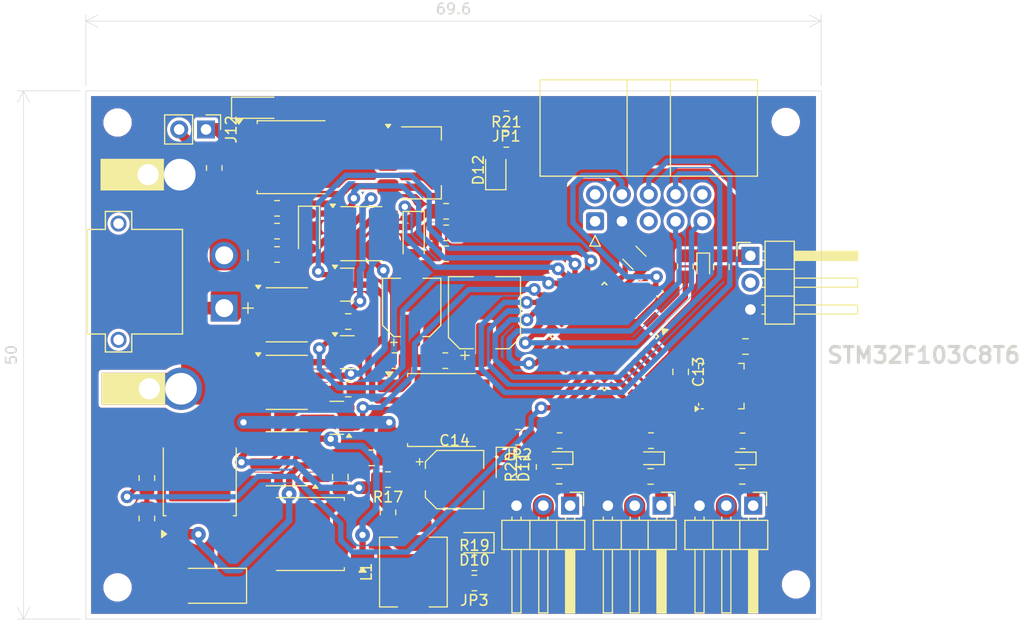
<source format=kicad_pcb>
(kicad_pcb (version 20241229) (generator "pcbnew") (generator_version "9.0")
  (layers (0 "F.Cu" signal) (2 "B.Cu" signal) (13 "F.Paste" user) (15 "B.Paste" user) (5 "F.SilkS" user "F.Silkscreen") (7 "B.SilkS" user "B.Silkscreen") (1 "F.Mask" user) (3 "B.Mask" user) (25 "Edge.Cuts" user))
  (net 0 "")
  (net 1 "/MOSI")
  (net 2 "/SCK")
  (net 3 "/IRQ")
  (net 4 "/CE")
  (net 5 "/MISO")
  (net 6 "/CSN")
  (net 7 "GND")
  (net 8 "/SERVO_1")
  (net 10 "+BATT")
  (net 11 "Net-(Q4-G)")
  (net 12 "Net-(U2-ADJ)")
  (net 13 "Net-(Q5-G)")
  (net 14 "Net-(D1-K)")
  (net 15 "GNDPWR")
  (net 16 "/SERVO_2")
  (net 18 "/SERVO_3")
  (net 19 "/PWM_MOTOR")
  (net 22 "/voltage_sense")
  (net 26 "Net-(U3-BOOT)")
  (net 27 "Net-(D10-A)")
  (net 28 "/BATT_CS")
  (net 29 "Vdrive")
  (net 30 "Net-(U1-XTAL1{slash}PB6)")
  (net 31 "Net-(U1-XTAL2{slash}PB7)")
  (net 34 "Net-(U5-CPOUT)")
  (net 35 "/SCL")
  (net 37 "+3V3")
  (net 38 "/SDA")
  (net 53 "Net-(U6-FILTER)")
  (net 54 "Net-(U4-FILTER)")
  (net 55 "/FAULT_BATT")
  (net 56 "Net-(D2-A)")
  (net 57 "Net-(D3-A)")
  (net 58 "/FAULT_LOGIC")
  (net 59 "/BATT_RAW")
  (net 60 "Net-(Q1-S)")
  (net 61 "/RESET_CS_BATT")
  (net 62 "Net-(Q2-S)")
  (net 63 "+5V")
  (net 64 "/RESET_CS_LOGIC")
  (net 65 "Net-(U4-VIOUT)")
  (net 66 "Net-(D4-K)")
  (net 67 "Net-(Q3-D)")
  (net 68 "Net-(U6-VIOUT)")
  (net 69 "/RESET_DCDC")
  (net 70 "Net-(D5-K)")
  (net 71 "Net-(D6-K)")
  (net 72 "Net-(D7-K)")
  (net 73 "Net-(D8-K)")
  (net 79 "Net-(D11-A)")
  (net 80 "Net-(D12-A)")
  (net 81 "Net-(J12-Pin_2)")
  (net 82 "/FB")
  (net 83 "Net-(JP1-A)")
  (net 84 "Net-(JP2-A)")
  (net 85 "Net-(JP3-A)")
  (footprint "Diode_SMD:D_SMA" (layer "F.Cu") (at 71.7 76.85 180)
    (property "Reference" "D4" (hide yes))
    (property "Value" "B120")
  )
  (footprint "Diode_SMD:D_SOD-523" (layer "F.Cu") (at 118.435 46.615 -90)
    (property "Reference" "D8" (hide yes))
    (property "Value" "ESD5Zxx")
  )
  (footprint "Resistor_SMD:R_0805_2012Metric_Pad1.20x1.40mm_HandSolder" (layer "F.Cu") (at 113.49 63.11)
    (property "Reference" "R14" (hide yes))
    (property "Value" "1k")
  )
  (footprint "EESTN5:Cable_Doble_1,5mm" (layer "F.Cu") (at 66.00575 58.2 -90)
    (property "Reference" "J4" (hide yes))
    (property "Value" "Screw_Terminal_01x01" (hide yes))
  )
  (footprint "Resistor_SMD:R_0805_2012Metric_Pad1.20x1.40mm_HandSolder" (layer "F.Cu") (at 72.1516 37.302 90)
    (property "Reference" "R1" (hide yes))
    (property "Value" "220")
  )
  (footprint "LED_SMD:LED_0805_2012Metric_Pad1.15x1.40mm_HandSolder" (layer "F.Cu") (at 98.8 37.5 90)
    (property "Reference" "D12")
    (property "Value" "LED")
  )
  (footprint "Resistor_SMD:R_0805_2012Metric_Pad1.20x1.40mm_HandSolder" (layer "F.Cu") (at 94.102 45.4248 180)
    (property "Reference" "R9" (hide yes))
    (property "Value" "100K")
  )
  (footprint "Capacitor_SMD:C_0805_2012Metric_Pad1.18x1.45mm_HandSolder" (layer "F.Cu") (at 120.155 46.66 -90)
    (property "Reference" "C12" (hide yes))
    (property "Value" "C_Small")
  )
  (footprint "Package_TO_SOT_SMD:SOT-23" (layer "F.Cu") (at 84.74425 54.74)
    (property "Reference" "Q2" (hide yes))
    (property "Value" "BS170F")
  )
  (footprint "Capacitor_SMD:C_0805_2012Metric_Pad1.18x1.45mm_HandSolder" (layer "F.Cu") (at 113.4525 66.5 180)
    (property "Reference" "C10" (hide yes))
    (property "Value" "C_Small")
  )
  (footprint "EESTN5:Cable_Doble_1,5mm" (layer "F.Cu") (at 65.888 37.9322 -90)
    (property "Reference" "J5" (hide yes))
    (property "Value" "Screw_Terminal_01x01" (hide yes))
  )
  (footprint "MountingHole:MountingHole_2.2mm_M2_ISO7380" (layer "F.Cu") (at 63 33)
    (property "Reference" "H1" (hide yes))
    (property "Value" "Mounting_Hole")
  )
  (footprint "Resistor_SMD:R_0805_2012Metric_Pad1.20x1.40mm_HandSolder" (layer "F.Cu") (at 99.8 34.6)
    (property "Reference" "R21")
    (property "Value" "R_Small")
  )
  (footprint "Package_SO:SOIC-8_3.9x4.9mm_P1.27mm" (layer "F.Cu") (at 79.015 57.595)
    (property "Reference" "U4" (hide yes))
    (property "Value" "ACS712xLCTR-05B")
  )
  (footprint "Package_TO_SOT_SMD:SOT-23" (layer "F.Cu") (at 84.74425 48.3461)
    (property "Reference" "Q1" (hide yes))
    (property "Value" "BS170F")
  )
  (footprint "MountingHole:MountingHole_2.2mm_M2_ISO7380" (layer "F.Cu") (at 127.22 76.72)
    (property "Reference" "H4" (hide yes))
    (property "Value" "Mounting_Hole")
  )
  (footprint "Resistor_SMD:R_0805_2012Metric_Pad1.20x1.40mm_HandSolder" (layer "F.Cu") (at 88.6 69.9 -90)
    (property "Reference" "R4" (hide yes))
    (property "Value" "10k")
  )
  (footprint "Resistor_SMD:R_0805_2012Metric_Pad1.20x1.40mm_HandSolder" (layer "F.Cu") (at 96.774 74.676)
    (property "Reference" "R19")
    (property "Value" "R_Small")
  )
  (footprint "Package_TO_SOT_SMD:TO-252-2" (layer "F.Cu") (at 70.78 66.91 90)
    (property "Reference" "Q5" (hide yes))
    (property "Value" "P0903BDG")
  )
  (footprint "Capacitor_SMD:CP_Elec_5x5.7" (layer "F.Cu") (at 94.9 66.8)
    (property "Reference" "C14")
    (property "Value" "100u")
  )
  (footprint "Capacitor_SMD:C_0805_2012Metric_Pad1.18x1.45mm_HandSolder" (layer "F.Cu") (at 87.0625 64.74 180)
    (property "Reference" "C2" (hide yes))
    (property "Value" "100nF")
  )
  (footprint "Resistor_SMD:R_0805_2012Metric_Pad1.20x1.40mm_HandSolder" (layer "F.Cu") (at 65.775 66.65 90)
    (property "Reference" "R11" (hide yes))
    (property "Value" "4700 /10000")
  )
  (footprint "Connector_IDC:IDC-Header_2x05_P2.54mm_Horizontal" (layer "F.Cu") (at 108.2 42.3475 90)
    (property "Reference" "J9" (hide yes))
    (property "Value" "Conn_02x05_Odd_Even" (hide yes))
  )
  (footprint "Package_TO_SOT_SMD:TO-252-2" (layer "F.Cu") (at 93.76 60.212501)
    (property "Reference" "U2" (hide yes))
    (property "Value" "AMS1085")
  )
  (footprint "Diode_SMD:D_SOD-123" (layer "F.Cu") (at 76.15 31.6)
    (property "Reference" "D1" (hide yes))
    (property "Value" "mmsz5246bt1g")
  )
  (footprint "Capacitor_SMD:C_0805_2012Metric_Pad1.18x1.45mm_HandSolder" (layer "F.Cu") (at 84.085 66.55 -90)
    (property "Reference" "C8" (hide yes))
    (property "Value" "470n")
  )
  (footprint "Package_SO:SOIC-8_3.9x4.9mm_P1.27mm" (layer "F.Cu") (at 79.015 51.2011)
    (property "Reference" "U6" (hide yes))
    (property "Value" "ACS712xLCTR-30A")
  )
  (footprint "Connector_PinHeader_2.54mm:PinHeader_1x03_P2.54mm_Horizontal" (layer "F.Cu") (at 105.84 69.265 -90)
    (property "Reference" "J6" (hide yes))
    (property "Value" "servo-1")
  )
  (footprint "Resistor_SMD:R_0805_2012Metric_Pad1.20x1.40mm_HandSolder" (layer "F.Cu") (at 122.165 63.13)
    (property "Reference" "R15" (hide yes))
    (property "Value" "1k")
  )
  (footprint "Resistor_SMD:R_0805_2012Metric_Pad1.20x1.40mm_HandSolder" (layer "F.Cu") (at 116.745 46.6125 90)
    (property "Reference" "R16" (hide yes))
    (property "Value" "1k")
  )
  (footprint "Capacitor_SMD:C_0805_2012Metric_Pad1.18x1.45mm_HandSolder" (layer "F.Cu") (at 122.1275 66.49 180)
    (property "Reference" "C11" (hide yes))
    (property "Value" "C_Small")
  )
  (footprint "Package_SO:SOIC-8_3.9x4.9mm_P1.27mm" (layer "F.Cu") (at 86.0756 43.5198)
    (property "Reference" "U7" (hide yes))
    (property "Value" "LM358")
  )
  (footprint "Resistor_SMD:R_0805_2012Metric_Pad1.20x1.40mm_HandSolder" (layer "F.Cu") (at 88.6 66.8 180)
    (property "Reference" "R17")
    (property "Value" "90k")
  )
  (footprint "Diode_SMD:D_SOD-523" (layer "F.Cu") (at 104.84 64.77 180)
    (property "Reference" "D5" (hide yes))
    (property "Value" "ESD5Zxx")
  )
  (footprint "Package_SO:SOIC-8_3.9x4.9mm_P1.27mm" (layer "F.Cu") (at 79.015 64.825 180)
    (property "Reference" "U3" (hide yes))
    (property "Value" "UP-6103")
  )
  (footprint "Sensor_Motion:InvenSense_QFN-24_4x4mm_P0.5mm" (layer "F.Cu") (at 120.15 57.95 90)
    (property "Reference" "U5" (hide yes))
    (property "Value" "MPU-6050")
  )
  (footprint "Resistor_SMD:R_0805_2012Metric_Pad1.20x1.40mm_HandSolder" (layer "F.Cu") (at 94.102 43.4436)
    (property "Reference" "R8" (hide yes))
    (property "Value" "33K")
  )
  (footprint "MountingHole:MountingHole_2.2mm_M2_ISO7380" (layer "F.Cu") (at 63 77)
    (property "Reference" "H2" (hide yes))
    (property "Value" "Mounting_Hole")
  )
  (footprint "Capacitor_SMD:C_0805_2012Metric_Pad1.18x1.45mm_HandSolder" (layer "F.Cu") (at 122.4375 54.2)
    (property "Reference" "C3" (hide yes))
    (property "Value" "100n")
  )
  (footprint "Resistor_SMD:R_0805_2012Metric_Pad1.20x1.40mm_HandSolder" (layer "F.Cu") (at 89.22 55.540001 180)
    (property "Reference" "R2" (hide yes))
    (property "Value" "2,7K")
  )
  (footprint "Capacitor_SMD:CP_Elec_6.3x4.5" (layer "F.Cu") (at 97.73 50.999999 90)
    (property "Reference" "C1" (hide yes))
    (property "Value" "220uF / 10V")
  )
  (footprint "Resistor_SMD:R_0805_2012Metric_Pad1.20x1.40mm_HandSolder" (layer "F.Cu") (at 99.8 32.639 180)
    (property "Reference" "JP1")
    (property "Value" "jumper")
  )
  (footprint "Connector_PinHeader_2.54mm:PinHeader_1x03_P2.54mm_Horizontal" (layer "F.Cu") (at 122.9 45.62)
    (property "Reference" "J3" (hide yes))
    (property "Value" "Conn_01x03_Pin")
  )
  (footprint "Resistor_SMD:R_0805_2012Metric_Pad1.20x1.40mm_HandSolder" (layer "F.Cu") (at 100.9 62.7888 180)
    (property "Reference" "JP2")
    (property "Value" "jumper")
  )
  (footprint "Resistor_SMD:R_0805_2012Metric_Pad1.20x1.40mm_HandSolder" (layer "F.Cu") (at 78.1 43.279 180)
    (property "Reference" "R6" (hide yes))
    (property "Value" "33K")
  )
  (footprint "Package_TO_SOT_SMD:TO-252-2" (layer "F.Cu") (at 79.5284 36.28)
    (property "Reference" "Q6" (hide yes))
    (property "Value" "APM2054NV")
  )
  (footprint "Capacitor_SMD:CP_Elec_5x4.4" (layer "F.Cu") (at 90.84 50.499999 90)
    (property "Reference" "C4" (hide yes))
    (property "Value" "<10uF / 10V")
  )
  (footprint "Resistor_SMD:R_0805_2012Metric_Pad1.20x1.40mm_HandSolder" (layer "F.Cu") (at 78.1 45.4888)
    (property "Reference" "R5" (hide yes))
    (property "Value" "100K")
  )
  (footprint "Resistor_SMD:R_0805_2012Metric_Pad1.20x1.40mm_HandSolder" (layer "F.Cu") (at 94.02 55.540001 180)
    (property "Reference" "R3" (hide yes))
    (property "Value" "1K")
  )
  (footprint "Package_TO_SOT_SMD:SOT-223-3_TabPin2" (layer "F.Cu") (at 91.74 36.82)
    (property "Reference" "U8" (hide yes))
    (property "Value" "AMS1117-3.3")
  )
  (footprint "Capacitor_SMD:C_0402_1005Metric_Pad0.74x0.62mm_HandSolder" (layer "F.Cu") (at 114.3545 49.23 135)
    (property "Reference" "C5" (hide yes))
    (property "Value" "100nF")
  )
  (footprint "Package_TO_SOT_SMD:SOT-23" (layer "F.Cu") (at 83.75 60.95 180)
    (property "Reference" "Q3" (hide yes))
    (property "Value" "BS170F")
  )
  (footprint "Resistor_SMD:R_0805_2012Metric_Pad1.20x1.40mm_HandSolder" (layer "F.Cu") (at 101.9 65.6 90)
    (property "Reference" "R20")
    (property "Value" "R_Small")
  )
  (footprint "Diode_SMD:D_SOD-123" (layer "F.Cu") (at 91.0286 43.7738 -90)
    (property "Reference" "D3" (hide yes))
    (property "Value" "D")
  )
  (footprint "Diode_SMD:D_SOD-123" (layer "F.Cu") (at 81.1226 43.279 -90)
    (property "Reference" "D2" (hide yes))
    (property "Value" "D")
  )
  (footprint "Resistor_SMD:R_0805_2012Metric_Pad1.20x1.40mm_HandSolder" (layer "F.Cu") (at 78.1 41.12 180)
    (property "Reference" "R7" (hide yes))
    (property "Value" "100K")
  )
  (footprint "Capacitor_SMD:C_0805_2012Metric_Pad1.18x1.45mm_HandSolder" (layer "F.Cu") (at 84.83175 51.8361)
    (property "Reference" "C6" (hide yes))
    (property "Value" "C_Small")
  )
  (footprint "footprints:AMASS_XT30PW-M" (layer "F.Cu") (at 63.09575 48.0661 90)
    (property "Reference" "J1" (hide yes))
    (property "Value" "XT30PW-M")
  )
  (footprint "Capacitor_SMD:C_0805_2012Metric_Pad1.18x1.45mm_HandSolder" (layer "F.Cu") (at 116.3 56.6 -90)
    (property "Reference" "C13")
    (property "Value" "2,2n")
  )
  (footprint "Package_TO_SOT_SMD:TO-252-2" (layer "F.Cu") (at 81.15 71.95 180)
    (property "Reference" "Q4" (hide yes))
    (property "Value" "P0903BDG")
  )
  (footprint "Resistor_SMD:R_0805_2012Metric_Pad1.20x1.40mm_HandSolder" (layer "F.Cu") (at 94.102 41.4036)
    (property "Reference" "R10" (hide yes))
    (property "Value" "100K")
  )
  (footprint "Crystal:Crystal_SMD_3215-2Pin_3.2x1.5mm" (layer "F.Cu") (at 111.924617 45.79859 135)
    (property "Reference" "Y1" (hide yes))
    (property "Value" "16MHz")
  )
  (footprint "LED_SMD:LED_0805_2012Metric_Pad1.15x1.40mm_HandSolder" (layer "F.Cu") (at 99.8 65.6 -90)
    (property "Reference" "D11")
    (property "Value" "LED")
  )
  (footprint "Connector_PinHeader_2.54mm:PinHeader_1x03_P2.54mm_Horizontal" (layer "F.Cu") (at 114.49 69.265 -90)
    (property "Reference" "J7" (hide yes))
    (property "Value" "servo-2")
  )
  (footprint "Diode_SMD:D_SOD-523" (layer "F.Cu") (at 122.175 64.8 180)
    (property "Reference" "D7" (hide yes))
    (property "Value" "ESD5Zxx")
  )
  (footprint "Inductor_SMD:L_6.3x6.3_H3" (layer "F.Cu") (at 91 75.55 90)
    (property "Reference" "L1")
    (property "Value" "6,8u")
  )
  (footprint "Diode_SMD:D_SOD-523" (layer "F.Cu") (at 113.4975 64.78 180)
    (property "Reference" "D6" (hide yes))
    (property "Value" "ESD5Zxx")
  )
  (footprint "Connector_PinHeader_2.54mm:PinHeader_1x02_P2.54mm_Vertical" (layer "F.Cu") (at 71.374 33.655 -90)
    (property "Reference" "J12")
    (property "Value" "jumper")
  )
  (footprint "Package_QFP:TQFP-32_7x7mm_P0.8mm" (layer "F.Cu") (at 109.08 53.25 -135)
    (property "Reference" "U1" (hide yes))
    (property "Value" "ATmega328P-A")
  )
  (footprint "Capacitor_SMD:C_0805_2012Metric_Pad1.18x1.45mm_HandSolder" (layer "F.Cu") (at 84.83175 58.23)
    (property "Reference" "C7" (hide yes))
    (property "Value" "C_Small")
  )
  (footprint "Resistor_SMD:R_0805_2012Metric_Pad1.20x1.40mm_HandSolder" (layer "F.Cu") (at 96.774 76.581 180)
    (property "Reference" "JP3")
    (property "Value" "jumper")
  )
  (footprint "Capacitor_SMD:C_0805_2012Metric_Pad1.18x1.45mm_HandSolder" (layer "F.Cu") (at 104.8025 66.47 180)
    (property "Reference" "C9" (hide yes))
    (property "Value" "C_Small")
  )
  (footprint "Resistor_SMD:R_0805_2012Metric_Pad1.20x1.40mm_HandSolder" (layer "F.Cu") (at 65.775 70.475 90)
    (property "Reference" "R12" (hide yes))
    (property "Value" "8200 / 5600")
  )
  (footprint "LED_SMD:LED_0805_2012Metric_Pad1.15x1.40mm_HandSolder" (layer "F.Cu") (at 96.774 72.771 180)
    (property "Reference" "D10")
    (property "Value" "LED")
  )
  (footprint "MountingHole:MountingHole_2.2mm_M2_ISO7380" (layer "F.Cu") (at 126.25 32.95)
    (property "Reference" "H3" (hide yes))
    (property "Value" "Mounting_Hole" (hide yes))
  )
  (footprint "Connector_PinHeader_2.54mm:PinHeader_1x03_P2.54mm_Horizontal" (layer "F.Cu") (at 123.165 69.265 -90)
    (property "Reference" "J8" (hide yes))
    (property "Value" "servo-3")
  )
  (footprint "Resistor_SMD:R_0805_2012Metric_Pad1.20x1.40mm_HandSolder" (layer "F.Cu") (at 104.84 63.11)
    (property "Reference" "R13" (hide yes))
    (property "Value" "1k")
  )
  (gr_rect (start 60 30) (end 129.61 80) (stroke (width 0.05)) (fill no) (layer "Edge.Cuts"))
  (gr_text "STM32F103C8T6\n" (at 130 55.9 0) (layer "Edge.Cuts") (effects (font (size 1.5 1.5) (thickness 0.3) (bold yes)) (justify left bottom)))
  (dimension (type orthogonal) (layer "Edge.Cuts") (pts (xy 129.6 30) (xy 60 30)) (height -6.6) (orientation 0) (format (prefix "") (suffix "") (units 3) (units_format 0) (precision 4) (suppress_zeroes yes)) (style (thickness 0.05) (arrow_length 1.27) (text_position_mode 0) (arrow_direction outward) (extension_height 0.58642) (extension_offset 0.5) (keep_text_aligned yes)) (gr_text "69,6" (at 94.8 22.25 0) (layer "Edge.Cuts") (effects (font (size 1 1) (thickness 0.15)))))
  (dimension (type orthogonal) (layer "Edge.Cuts") (pts (xy 60 80) (xy 60 30)) (height -5.9) (orientation 1) (format (prefix "") (suffix "") (units 3) (units_format 0) (precision 4) (suppress_zeroes yes)) (style (thickness 0.05) (arrow_length 1.27) (text_position_mode 0) (arrow_direction outward) (extension_height 0.58642) (extension_offset 0.5) (keep_text_aligned yes)) (gr_text "50" (at 52.95 55 90) (layer "Edge.Cuts") (effects (font (size 1 1) (thickness 0.15)))))
  (segment (start 102.55 50.875) (end 101.75 51.675) (width 0.5) (layer "F.Cu") (net 1))
  (segment (start 103.876573 50.875) (end 102.55 50.875) (width 0.5) (layer "F.Cu") (net 1))
  (segment (start 104.660583 51.65901) (end 103.876573 50.875) (width 0.5) (layer "F.Cu") (net 1))
  (via (at 101.75 51.675) (size 1.2) (drill 0.6) (layers "F.Cu" "B.Cu") (net 1))
  (segment (start 98.75 53.1) (end 98.75 55.425) (width 0.5) (layer "B.Cu") (net 1))
  (segment (start 101.75 51.675) (end 100.175 51.675) (width 0.5) (layer "B.Cu") (net 1))
  (segment (start 98.75 55.425) (end 100.425 57.1) (width 0.5) (layer "B.Cu") (net 1))
  (segment (start 100.175 51.675) (end 98.75 53.1) (width 0.5) (layer "B.Cu") (net 1))
  (segment (start 100.425 57.1) (end 110.475 57.1) (width 0.5) (layer "B.Cu") (net 1))
  (segment (start 115.8 38.2) (end 115.82 38.22) (width 0.5) (layer "B.Cu") (net 1))
  (segment (start 120 38.85) (end 119 37.85) (width 0.5) (layer "B.Cu") (net 1))
  (segment (start 119 37.85) (end 116.15 37.85) (width 0.5) (layer "B.Cu") (net 1))
  (segment (start 115.82 38.22) (end 115.82 39.8075) (width 0.5) (layer "B.Cu") (net 1))
  (segment (start 110.475 57.1) (end 120 47.575) (width 0.5) (layer "B.Cu") (net 1))
  (segment (start 116.15 37.85) (end 115.8 38.2) (width 0.5) (layer "B.Cu") (net 1))
  (segment (start 120 47.575) (end 120 38.85) (width 0.5) (layer "B.Cu") (net 1))
  (segment (start 104.094897 54.275305) (end 104.094897 54.280103) (width 0.5) (layer "F.Cu") (net 2))
  (segment (start 102.575 55.8) (end 101.95 55.8) (width 0.5) (layer "F.Cu") (net 2))
  (segment (start 104.094897 54.280103) (end 102.575 55.8) (width 0.5) (layer "F.Cu") (net 2))
  (via (at 101.95 55.8) (size 1.2) (drill 0.6) (layers "F.Cu" "B.Cu") (net 2))
  (segment (start 101.95 55.8) (end 100.625 55.8) (width 0.5) (layer "B.Cu") (net 2))
  (segment (start 100.849 52.726) (end 111.549 52.726) (width 0.5) (layer "B.Cu") (net 2))
  (segment (start 116.15 48.125) (end 116.15 44.075) (width 0.5) (layer "B.Cu") (net 2))
  (segment (start 100.625 55.8) (end 100.075 55.25) (width 0.5) (layer "B.Cu") (net 2))
  (segment (start 100.075 53.5) (end 100.849 52.726) (width 0.5) (layer "B.Cu") (net 2))
  (segment (start 111.549 52.726) (end 116.15 48.125) (width 0.5) (layer "B.Cu") (net 2))
  (segment (start 116.15 44.075) (end 115.82 43.745) (width 0.5) (layer "B.Cu") (net 2))
  (segment (start 100.075 55.25) (end 100.075 53.5) (width 0.5) (layer "B.Cu") (net 2))
  (segment (start 115.82 43.745) (end 115.82 42.3475) (width 0.5) (layer "B.Cu") (net 2))
  (segment (start 102.375 53.075) (end 101.6 53.85) (width 0.5) (layer "F.Cu") (net 5))
  (segment (start 104.094897 52.224695) (end 103.244592 53.075) (width 0.5) (layer "F.Cu") (net 5))
  (segment (start 103.244592 53.075) (end 102.975 53.075) (width 0.5) (layer "F.Cu") (net 5))
  (segment (start 102.975 53.075) (end 102.375 53.075) (width 0.5) (layer "F.Cu") (net 5))
  (via (at 101.6 53.85) (size 1.2) (drill 0.6) (layers "F.Cu" "B.Cu") (net 5))
  (segment (start 117.325 48.625) (end 112.1 53.85) (width 0.5) (layer "B.Cu") (net 5))
  (segment (start 112.1 53.85) (end 101.6 53.85) (width 0.5) (layer "B.Cu") (net 5))
  (segment (start 117.325 43.3825) (end 117.325 48.625) (width 0.5) (layer "B.Cu") (net 5))
  (segment (start 118.36 42.3475) (end 117.325 43.3825) (width 0.5) (layer "B.Cu") (net 5))
  (segment (start 104.157944 50.025) (end 105.226268 51.093324) (width 0.5) (layer "F.Cu") (net 6))
  (segment (start 101.725 50.025) (end 104.157944 50.025) (width 0.5) (layer "F.Cu") (net 6))
  (via (at 101.725 50.025) (size 1.2) (drill 0.6) (layers "F.Cu" "B.Cu") (net 6))
  (segment (start 115.025 36.65) (end 113.28 38.395) (width 0.5) (layer "B.Cu") (net 6))
  (segment (start 97.425 56.325) (end 99.65 58.55) (width 0.5) (layer "B.Cu") (net 6))
  (segment (start 101.725 50.025) (end 99.6 50.025) (width 0.5) (layer "B.Cu") (net 6))
  (segment (start 120.95 38.025) (end 119.575 36.65) (width 0.5) (layer "B.Cu") (net 6))
  (segment (start 97.425 52.2) (end 97.425 56.325) (width 0.5) (layer "B.Cu") (net 6))
  (segment (start 113.28 38.395) (end 113.28 39.8075) (width 0.5) (layer "B.Cu") (net 6))
  (segment (start 120.95 48.375) (end 120.95 38.025) (width 0.5) (layer "B.Cu") (net 6))
  (segment (start 110.775 58.55) (end 120.95 48.375) (width 0.5) (layer "B.Cu") (net 6))
  (segment (start 119.575 36.65) (end 115.025 36.65) (width 0.5) (layer "B.Cu") (net 6))
  (segment (start 99.6 50.025) (end 97.425 52.2) (width 0.5) (layer "B.Cu") (net 6))
  (segment (start 99.65 58.55) (end 110.775 58.55) (width 0.5) (layer "B.Cu") (net 6))
  (segment (start 107.48901 57.669417) (end 103.84 61.318427) (width 0.5) (layer "F.Cu") (net 8))
  (segment (start 103.84 61.318427) (end 103.84 63.11) (width 0.5) (layer "F.Cu") (net 8))
  (segment (start 83.142973 62.92) (end 81.49 62.92) (width 0.6) (layer "F.Cu") (net 11))
  (segment (start 83.173072 62.950099) (end 83.142973 62.92) (width 0.6) (layer "F.Cu") (net 11))
  (segment (start 86.19 72.04) (end 86.19 74.23) (width 0.6) (layer "F.Cu") (net 11))
  (via (at 83.173072 62.950099) (size 1.4) (drill 0.6) (layers "F.Cu" "B.Cu") (net 11))
  (via (at 86.19 72.04) (size 1.4) (drill 0.6) (layers "F.Cu" "B.Cu") (net 11))
  (segment (start 87.49 69.58) (end 86.19 70.88) (width 0.6) (layer "B.Cu") (net 11))
  (segment (start 87.49 64.95) (end 87.49 69.58) (width 0.6) (layer "B.Cu") (net 11))
  (segment (start 83.842973 63.62) (end 86.16 63.62) (width 0.6) (layer "B.Cu") (net 11))
  (segment (start 83.173072 62.950099) (end 83.842973 63.62) (width 0.6) (layer "B.Cu") (net 11))
  (segment (start 86.16 63.62) (end 87.49 64.95) (width 0.6) (layer "B.Cu") (net 11))
  (segment (start 86.19 70.88) (end 86.19 72.04) (width 0.6) (layer "B.Cu") (net 11))
  (segment (start 93.02 55.540001) (end 90.22 55.540001) (width 1.2) (layer "F.Cu") (net 12))
  (segment (start 88.72 57.932501) (end 89.717499 57.932501) (width 1.2) (layer "F.Cu") (net 12))
  (segment (start 90.84 54.920001) (end 90.22 55.540001) (width 1.2) (layer "F.Cu") (net 12))
  (segment (start 90.22 57.43) (end 90.22 55.540001) (width 1.2) (layer "F.Cu") (net 12))
  (segment (start 89.717499 57.932501) (end 90.22 57.43) (width 1.2) (layer "F.Cu") (net 12))
  (segment (start 90.84 52.699999) (end 90.84 54.920001) (width 1.2) (layer "F.Cu") (net 12))
  (segment (start 79.24 68.15) (end 79.24 66.42) (width 0.6) (layer "F.Cu") (net 13))
  (segment (start 68.525 71.975) (end 68.5 71.95) (width 1) (layer "F.Cu") (net 13))
  (segment (start 80.2 65.46) (end 81.49 65.46) (width 0.6) (layer "F.Cu") (net 13))
  (segment (start 70.65 71.975) (end 68.525 71.975) (width 1) (layer "F.Cu") (net 13))
  (segment (start 79.24 66.42) (end 80.2 65.46) (width 0.6) (layer "F.Cu") (net 13))
  (via (at 79.24 68.15) (size 1.4) (drill 0.6) (layers "F.Cu" "B.Cu") (net 13))
  (via (at 70.65 71.975) (size 1.4) (drill 0.6) (layers "F.Cu" "B.Cu") (net 13))
  (segment (start 73.345 75.37) (end 74.55 75.37) (width 0.6) (layer "B.Cu") (net 13))
  (segment (start 79.24 70.68) (end 79.24 68.15) (width 0.6) (layer "B.Cu") (net 13))
  (segment (start 74.55 75.37) (end 79.24 70.68) (width 0.6) (layer "B.Cu") (net 13))
  (segment (start 70.65 71.975) (end 70.65 72.675) (width 0.6) (layer "B.Cu") (net 13))
  (segment (start 70.65 72.675) (end 73.345 75.37) (width 0.6) (layer "B.Cu") (net 13))
  (segment (start 74.4884 34) (end 74.4884 31.6116) (width 1.2) (layer "F.Cu") (net 14))
  (segment (start 71.374 33.655) (end 72.517 33.655) (width 1.2) (layer "F.Cu") (net 14))
  (segment (start 72.517 33.655) (end 72.862 34) (width 1.2) (layer "F.Cu") (net 14))
  (segment (start 74.4884 31.6116) (end 74.5 31.6) (width 1.2) (layer "F.Cu") (net 14))
  (segment (start 72.862 34) (end 74.4884 34) (width 1.2) (layer "F.Cu") (net 14))
  (segment (start 106.9 59.389798) (end 108.054695 58.235103) (width 0.5) (layer "F.Cu") (net 16))
  (segment (start 108.46 63.11) (end 106.9 61.55) (width 0.5) (layer "F.Cu") (net 16))
  (segment (start 112.49 63.11) (end 108.46 63.11) (width 0.5) (layer "F.Cu") (net 16))
  (segment (start 106.9 61.55) (end 106.9 59.389798) (width 0.5) (layer "F.Cu") (net 16))
  (segment (start 115.8 60.55) (end 112.420202 60.55) (width 0.5) (layer "F.Cu") (net 18))
  (segment (start 121.165 63.13) (end 118.38 63.13) (width 0.5) (layer "F.Cu") (net 18))
  (segment (start 112.420202 60.55) (end 110.105305 58.235103) (width 0.5) (layer "F.Cu") (net 18))
  (segment (start 118.38 63.13) (end 115.8 60.55) (width 0.5) (layer "F.Cu") (net 18))
  (segment (start 114.065305 52.224695) (end 116.745 49.545) (width 0.5) (layer "F.Cu") (net 19))
  (segment (start 116.745 49.545) (end 116.745 47.6125) (width 0.5) (layer "F.Cu") (net 19))
  (segment (start 114.065103 52.224695) (end 114.065305 52.224695) (width 0.5) (layer "F.Cu") (net 19))
  (segment (start 64.675 67.65) (end 63.9 68.425) (width 0.5) (layer "F.Cu") (net 22))
  (segment (start 103.1 60) (end 104.027056 60) (width 0.5) (layer "F.Cu") (net 22))
  (segment (start 104.027056 60) (end 106.923324 57.103732) (width 0.5) (layer "F.Cu") (net 22))
  (segment (start 65.775 67.65) (end 64.675 67.65) (width 0.5) (layer "F.Cu") (net 22))
  (segment (start 65.775 69.475) (end 65.775 67.65) (width 0.5) (layer "F.Cu") (net 22))
  (via (at 63.9 68.425) (size 1.2) (drill 0.6) (layers "F.Cu" "B.Cu") (net 22))
  (via (at 103.1 60) (size 1.2) (drill 0.6) (layers "F.Cu" "B.Cu") (net 22))
  (segment (start 102.15 60.95) (end 102.15 61.954892) (width 0.5) (layer "B.Cu") (net 22))
  (segment (start 84.125 72.55) (end 84.125 70.975) (width 0.5) (layer "B.Cu") (net 22))
  (segment (start 85.225 73.65) (end 84.125 72.55) (width 0.5) (layer "B.Cu") (net 22))
  (segment (start 90.454892 73.65) (end 85.225 73.65) (width 0.5) (layer "B.Cu") (net 22))
  (segment (start 103.1 60) (end 102.15 60.95) (width 0.5) (layer "B.Cu") (net 22))
  (segment (start 76.275 66.5) (end 74.35 68.425) (width 0.5) (layer "B.Cu") (net 22))
  (segment (start 102.15 61.954892) (end 90.454892 73.65) (width 0.5) (layer "B.Cu") (net 22))
  (segment (start 74.35 68.425) (end 63.9 68.425) (width 0.5) (layer "B.Cu") (net 22))
  (segment (start 79.65 66.5) (end 76.275 66.5) (width 0.5) (layer "B.Cu") (net 22))
  (segment (start 84.125 70.975) (end 79.65 66.5) (width 0.5) (layer "B.Cu") (net 22))
  (segment (start 81.49 66.73) (end 82.92 66.73) (width 0.6) (layer "F.Cu") (net 26))
  (segment (start 84.085 65.565) (end 84.085 65.5125) (width 0.6) (layer "F.Cu") (net 26))
  (segment (start 82.92 66.73) (end 84.085 65.565) (width 0.6) (layer "F.Cu") (net 26))
  (segment (start 95.774 74.676) (end 95.774 72.796) (width 1.2) (layer "F.Cu") (net 27))
  (segment (start 95.774 72.796) (end 95.749 72.771) (width 1.2) (layer "F.Cu") (net 27))
  (segment (start 65.775 65.65) (end 70.78 65.65) (width 0.5) (layer "F.Cu") (net 28))
  (segment (start 88.1 64.74) (end 88.1 63.112501) (width 1.2) (layer "F.Cu") (net 28))
  (segment (start 88.72 62.492501) (end 88.72 61.38) (width 1.2) (layer "F.Cu") (net 28))
  (segment (start 88.1 63.112501) (end 88.72 62.492501) (width 1.2) (layer "F.Cu") (net 28))
  (via (at 74.92 61.38) (size 1.2) (drill 0.6) (layers "F.Cu" "B.Cu") (net 28))
  (via (at 88.72 61.38) (size 1.2) (drill 0.6) (layers "F.Cu" "B.Cu") (net 28))
  (segment (start 88.72 61.38) (end 74.92 61.38) (width 1.2) (layer "B.Cu") (net 28))
  (segment (start 97.799 72.127) (end 98.9965 70.9295) (width 1.2) (layer "F.Cu") (net 29))
  (segment (start 103.3 72.25) (end 100.317 72.25) (width 2) (layer "F.Cu") (net 29))
  (segment (start 98.8026 70.7356) (end 94.0554 70.7356) (width 2) (layer "F.Cu") (net 29))
  (segment (start 92.7 66.8) (end 92.7 69.459) (width 1.2) (layer "F.Cu") (net 29))
  (segment (start 92.554 72.8) (end 94.016 71.338) (width 1.2) (layer "F.Cu") (net 29))
  (segment (start 92.7 69.459) (end 94.016 70.775) (width 1.2) (layer "F.Cu") (net 29))
  (segment (start 119.575 72.25) (end 111.95 72.25) (width 2) (layer "F.Cu") (net 29))
  (segment (start 111.95 69.265) (end 111.95 72.25) (width 2) (layer "F.Cu") (net 29))
  (segment (start 91 72.8) (end 89.691 72.8) (width 1.2) (layer "F.Cu") (net 29))
  (segment (start 120.625 69.265) (end 120.625 71.2) (width 2) (layer "F.Cu") (net 29))
  (segment (start 91 72.8) (end 92.554 72.8) (width 1.2) (layer "F.Cu") (net 29))
  (segment (start 98.9965 70.9295) (end 98.8026 70.7356) (width 2) (layer "F.Cu") (net 29))
  (segment (start 97.799 72.771) (end 97.799 72.127) (width 1.2) (layer "F.Cu") (net 29))
  (segment (start 100.317 72.25) (end 98.9965 70.9295) (width 2) (layer "F.Cu") (net 29))
  (segment (start 94.016 71.338) (end 94.016 70.775) (width 1.2) (layer "F.Cu") (net 29))
  (segment (start 89.691 72.8) (end 88.6 71.709) (width 1.2) (layer "F.Cu") (net 29))
  (segment (start 88.6 71.709) (end 88.6 70.9) (width 1.2) (layer "F.Cu") (net 29))
  (segment (start 94.0554 70.7356) (end 94.016 70.775) (width 2) (layer "F.Cu") (net 29))
  (segment (start 120.625 71.2) (end 119.575 72.25) (width 2) (layer "F.Cu") (net 29))
  (segment (start 103.3 69.265) (end 103.3 72.25) (width 2) (layer "F.Cu") (net 29))
  (segment (start 111.95 72.25) (end 103.3 72.25) (width 2) (layer "F.Cu") (net 29))
  (segment (start 110.67099 48.819983) (end 112.8085 46.682473) (width 0.5) (layer "F.Cu") (net 30))
  (segment (start 110.67099 48.830583) (end 110.67099 48.819983) (width 0.5) (layer "F.Cu") (net 30))
  (segment (start 111.040734 47.329468) (end 110.105305 48.264897) (width 0.5) (layer "F.Cu") (net 31))
  (segment (start 111.040734 44.914707) (end 111.040734 47.329468) (width 0.5) (layer "F.Cu") (net 31))
  (segment (start 116.7375 57.2) (end 116.3 57.6375) (width 0.3) (layer "F.Cu") (net 34))
  (segment (start 118.2 57.2) (end 116.7375 57.2) (width 0.3) (layer "F.Cu") (net 34))
  (segment (start 113.964314 58.7) (end 118.2 58.7) (width 0.3) (layer "F.Cu") (net 35))
  (segment (start 111.802361 56.538047) (end 113.964314 58.7) (width 0.3) (layer "F.Cu") (net 35))
  (segment (start 124.428766 52.5) (end 126 50.928766) (width 1.2) (layer "F.Cu") (net 37))
  (segment (start 119.349 36.449) (end 112.249 36.449) (width 1.2) (layer "F.Cu") (net 37))
  (segment (start 100.575 38.525) (end 98.8 38.525) (width 1.2) (layer "F.Cu") (net 37))
  (segment (start 122.9 56) (end 121.4 56) (width 0.3) (layer "F.Cu") (net 37))
  (segment (start 96.595 38.525) (end 94.89 36.82) (width 1.2) (layer "F.Cu") (net 37))
  (segment (start 122.1 58.7) (end 122.9 58.7) (width 0.3) (layer "F.Cu") (net 37))
  (segment (start 121.4 54.2) (end 121.4 53) (width 1.2) (layer "F.Cu") (net 37))
  (segment (start 123.2 56.3) (end 122.9 56) (width 0.3) (layer "F.Cu") (net 37))
  (segment (start 122.9 58.7) (end 123.2 58.4) (width 0.3) (layer "F.Cu") (net 37))
  (segment (start 123.2 58.4) (end 123.2 56.3) (width 0.3) (layer "F.Cu") (net 37))
  (segment (start 112.249 36.449) (end 110.598 34.798) (width 1.2) (layer "F.Cu") (net 37))
  (segment (start 121.9 52.5) (end 124.428766 52.5) (width 1.2) (layer "F.Cu") (net 37))
  (segment (start 122.1 58.2) (end 122.1 58.7) (width 0.3) (layer "F.Cu") (net 37))
  (segment (start 126 43.1) (end 119.349 36.449) (width 1.2) (layer "F.Cu") (net 37))
  (segment (start 121.4 56) (end 121.4 54.2) (width 0.3) (layer "F.Cu") (net 37))
  (segment (start 104.302 34.798) (end 100.575 38.525) (width 1.2) (layer "F.Cu") (net 37))
  (segment (start 110.598 34.798) (end 104.302 34.798) (width 1.2) (layer "F.Cu") (net 37))
  (segment (start 126 50.928766) (end 126 43.1) (width 1.2) (layer "F.Cu") (net 37))
  (segment (start 121.4 53) (end 121.9 52.5) (width 1.2) (layer "F.Cu") (net 37))
  (segment (start 88.59 36.82) (end 94.89 36.82) (width 1.2) (layer "F.Cu") (net 37))
  (segment (start 98.8 38.525) (end 96.595 38.525) (width 1.2) (layer "F.Cu") (net 37))
  (segment (start 111.236676 57.103732) (end 113.332944 59.2) (width 0.3) (layer "F.Cu") (net 38))
  (segment (start 113.332944 59.2) (end 118.2 59.2) (width 0.3) (layer "F.Cu") (net 38))
  (segment (start 81.49 51.8361) (end 83.79425 51.8361) (width 0.6) (layer "F.Cu") (net 53))
  (segment (start 83.79425 58.23) (end 81.49 58.23) (width 0.6) (layer "F.Cu") (net 54))
  (segment (start 79.72 41.12) (end 80.2148 41.6148) (width 0.6) (layer "F.Cu") (net 55))
  (segment (start 106.3 47.641573) (end 107.48901 48.830583) (width 0.5) (layer "F.Cu") (net 55))
  (segment (start 85.2 40.8) (end 84.3852 41.6148) (width 0.6) (layer "F.Cu") (net 55))
  (segment (start 85.2 40.325636) (end 85.2 40.8) (width 0.6) (layer "F.Cu") (net 55))
  (segment (start 84.3852 41.6148) (end 83.6006 41.6148) (width 0.6) (layer "F.Cu") (net 55))
  (segment (start 85.362818 40.162818) (end 85.2 40.325636) (width 0.6) (layer "F.Cu") (net 55))
  (segment (start 79.1 41.12) (end 79.72 41.12) (width 0.6) (layer "F.Cu") (net 55))
  (segment (start 106.3 46.4) (end 106.3 47.641573) (width 0.5) (layer "F.Cu") (net 55))
  (segment (start 80.2148 41.6148) (end 83.6006 41.6148) (width 0.6) (layer "F.Cu") (net 55))
  (via (at 106.3 46.4) (size 1.2) (drill 0.6) (layers "F.Cu" "B.Cu") (net 55))
  (via (at 85.362818 40.162818) (size 1.2) (drill 0.6) (layers "F.Cu" "B.Cu") (net 55))
  (segment (start 93.9 45.8) (end 91.5 43.4) (width 0.5) (layer "B.Cu") (net 55))
  (segment (start 105.7 45.8) (end 93.9 45.8) (width 0.5) (layer "B.Cu") (net 55))
  (segment (start 89.9 39) (end 85.9 39) (width 0.5) (layer "B.Cu") (net 55))
  (segment (start 91.5 40.6) (end 89.9 39) (width 0.5) (layer "B.Cu") (net 55))
  (segment (start 106.3 46.4) (end 105.7 45.8) (width 0.5) (layer "B.Cu") (net 55))
  (segment (start 91.5 43.4) (end 91.5 40.6) (width 0.5) (layer "B.Cu") (net 55))
  (segment (start 85.362818 39.537182) (end 85.362818 40.162818) (width 0.5) (layer "B.Cu") (net 55))
  (segment (start 85.9 39) (end 85.362818 39.537182) (width 0.5) (layer "B.Cu") (net 55))
  (segment (start 79.1 45.4888) (end 79.9412 45.4888) (width 0.6) (layer "F.Cu") (net 56))
  (segment (start 80.501 44.929) (end 81.1226 44.929) (width 0.6) (layer "F.Cu") (net 56))
  (segment (start 82.6052 44.1548) (end 81.831 44.929) (width 0.6) (layer "F.Cu") (net 56))
  (segment (start 83.6006 44.1548) (end 82.6052 44.1548) (width 0.6) (layer "F.Cu") (net 56))
  (segment (start 79.9412 45.4888) (end 80.501 44.929) (width 0.6) (layer "F.Cu") (net 56))
  (segment (start 81.831 44.929) (end 81.1226 44.929) (width 0.6) (layer "F.Cu") (net 56))
  (segment (start 79.1 45.4888) (end 79.1 43.279) (width 0.6) (layer "F.Cu") (net 56))
  (segment (start 88.5506 45.4248) (end 93.102 45.4248) (width 0.6) (layer "F.Cu") (net 57))
  (segment (start 93.102 43.4436) (end 93.102 45.4248) (width 0.6) (layer "F.Cu") (net 57))
  (segment (start 105.425 47.575) (end 105.425 47.897944) (width 0.5) (layer "F.Cu") (net 58))
  (segment (start 105.425 47.897944) (end 106.923324 49.396268) (width 0.5) (layer "F.Cu") (net 58))
  (segment (start 104.7 46.85) (end 105.425 47.575) (width 0.5) (layer "F.Cu") (net 58))
  (segment (start 91.6362 42.1238) (end 92.3564 41.4036) (width 0.6) (layer "F.Cu") (net 58))
  (segment (start 91.0286 42.1238) (end 91.6362 42.1238) (width 0.6) (layer "F.Cu") (net 58))
  (segment (start 91.0286 42.5414) (end 91.0286 42.1238) (width 0.6) (layer "F.Cu") (net 58))
  (segment (start 90.6852 42.8848) (end 91.0286 42.5414) (width 0.6) (layer "F.Cu") (net 58))
  (segment (start 91.0286 41.5286) (end 91.0286 42.1238) (width 0.6) (layer "F.Cu") (net 58))
  (segment (start 88.5506 42.8848) (end 90.6852 42.8848) (width 0.6) (layer "F.Cu") (net 58))
  (segment (start 90.189388 40.972964) (end 90.472964 40.972964) (width 0.6) (layer "F.Cu") (net 58))
  (segment (start 90.472964 40.972964) (end 91.0286 41.5286) (width 0.6) (layer "F.Cu") (net 58))
  (segment (start 92.3564 41.4036) (end 93.102 41.4036) (width 0.6) (layer "F.Cu") (net 58))
  (via (at 90.189388 40.972964) (size 1.2) (drill 0.6) (layers "F.Cu" "B.Cu") (net 58))
  (via (at 104.7 46.85) (size 1.2) (drill 0.6) (layers "F.Cu" "B.Cu") (net 58))
  (segment (start 104.55 46.7) (end 93.1 46.7) (width 0.5) (layer "B.Cu") (net 58))
  (segment (start 90.189388 43.789388) (end 90.189388 40.972964) (width 0.5) (layer "B.Cu") (net 58))
  (segment (start 104.7 46.85) (end 104.55 46.7) (width 0.5) (layer "B.Cu") (net 58))
  (segment (start 93.1 46.7) (end 90.189388 43.789388) (width 0.5) (layer "B.Cu") (net 58))
  (segment (start 69.68 41.78) (end 72.1516 39.3084) (width 1.2) (layer "F.Cu") (net 59))
  (segment (start 70.7361 50.5661) (end 69.68 49.51) (width 1.2) (layer "F.Cu") (net 59))
  (segment (start 73.09575 50.5661) (end 70.7361 50.5661) (width 1.2) (layer "F.Cu") (net 59))
  (segment (start 69.68 49.51) (end 69.68 41.78) (width 1.2) (layer "F.Cu") (net 59))
  (segment (start 72.1516 39.3084) (end 72.1516 38.302) (width 1.2) (layer "F.Cu") (net 59))
  (segment (start 81.49 49.2961) (end 83.80675 49.2961) (width 0.6) (layer "F.Cu") (net 60))
  (segment (start 82.2961 47.3961) (end 82 47.1) (width 0.5) (layer "F.Cu") (net 61))
  (segment (start 108.054695 48.254695) (end 107.5 47.7) (width 0.5) (layer "F.Cu") (net 61))
  (segment (start 107.5 46.4) (end 107.5 47.7) (width 0.5) (layer "F.Cu") (net 61))
  (segment (start 83.80675 47.3961) (end 82.2961 47.3961) (width 0.5) (layer "F.Cu") (net 61))
  (segment (start 108.054695 48.264897) (end 108.054695 48.254695) (width 0.5) (layer "F.Cu") (net 61))
  (segment (start 107.8 46.1) (end 107.5 46.4) (width 0.5) (layer "F.Cu") (net 61))
  (via (at 82 47.1) (size 1.2) (drill 0.6) (layers "F.Cu" "B.Cu") (net 61))
  (via (at 107.8 46.1) (size 1.2) (drill 0.6) (layers "F.Cu" "B.Cu") (net 61))
  (segment (start 82 40.6) (end 82 47.1) (width 0.5) (layer "B.Cu") (net 61))
  (segment (start 92.5 39.7) (end 90.8 38) (width 0.5) (layer "B.Cu") (net 61))
  (segment (start 90.8 38) (end 84.6 38) (width 0.5) (layer "B.Cu") (net 61))
  (segment (start 107.8 46.1) (end 106.6 44.9) (width 0.5) (layer "B.Cu") (net 61))
  (segment (start 84.6 38) (end 82 40.6) (width 0.5) (layer "B.Cu") (net 61))
  (segment (start 106.6 44.9) (end 94.4 44.9) (width 0.5) (layer "B.Cu") (net 61))
  (segment (start 94.4 44.9) (end 92.5 43) (width 0.5) (layer "B.Cu") (net 61))
  (segment (start 92.5 43) (end 92.5 39.7) (width 0.5) (layer "B.Cu") (net 61))
  (segment (start 81.49 55.69) (end 83.80675 55.69) (width 0.6) (layer "F.Cu") (net 62))
  (segment (start 95.02 55.540001) (end 97.629999 55.540001) (width 1.2) (layer "F.Cu") (net 63))
  (segment (start 97.629999 55.540001) (end 97.73 55.44) (width 1.2) (layer "F.Cu") (net 63))
  (segment (start 86.75 56.85) (end 87.1 57.2) (width 0.6) (layer "F.Cu") (net 63))
  (segment (start 86.75 54.74) (end 88.19 53.3) (width 0.6) (layer "F.Cu") (net 63))
  (segment (start 110.74 39.8075) (end 110.74 38.64) (width 1.2) (layer "F.Cu") (net 63))
  (segment (start 110.74 38.64) (end 109.5 37.4) (width 1.2) (layer "F.Cu") (net 63))
  (segment (start 95.02 55.540001) (end 95.02 60.212501) (width 1.2) (layer "F.Cu") (net 63))
  (segment (start 92.456 40.005) (end 94.205 40.005) (width 0.7) (layer "F.Cu") (net 63))
  (segment (start 97.73 55.44) (end 97.73 53.699999) (width 1.2) (layer "F.Cu") (net 63))
  (segment (start 84.94 39.03) (end 88.5 39.03) (width 0.6) (layer "F.Cu") (net 63))
  (segment (start 100.26 41.4036) (end 95.102 41.4036) (width 1.2) (layer "F.Cu") (net 63))
  (segment (start 77.1 43.279) (end 77.1 41.12) (width 1.2) (layer "F.Cu") (net 63))
  (segment (start 113.953217 48.053217) (end 113.953217 48.828717) (width 0.5) (layer "F.Cu") (net 63))
  (segment (start 113.953217 48.828717) (end 113.961691 48.828717) (width 0.5) (layer "F.Cu") (net 63))
  (segment (start 106 37.4) (end 101.9964 41.4036) (width 1.2) (layer "F.Cu") (net 63))
  (segment (start 94.205 40.005) (end 95.102 40.902) (width 0.7) (layer "F.Cu") (net 63))
  (segment (start 99.8 64.575) (end 99.382499 64.575) (width 0.5) (layer "F.Cu") (net 63))
  (segment (start 77.1 41.12) (end 77.1 40.52) (width 0.6) (layer "F.Cu") (net 63))
  (segment (start 85.68175 43.508651) (end 87.575601 41.6148) (width 0.6) (layer "F.Cu") (net 63))
  (segment (start 95.102 43.4436) (end 95.102 41.4036) (width 1.2) (layer "F.Cu") (net 63))
  (segment (start 114.014725 47.6) (end 114.014725 47.991709) (width 0.5) (layer "F.Cu") (net 63))
  (segment (start 113.398 49.383934) (end 113.398 49.497686) (width 0.5) (layer "F.Cu") (net 63))
  (segment (start 85.68175 54.74) (end 86.75 54.74) (width 0.6) (layer "F.Cu") (net 63))
  (segment (start 84.2 39.77) (end 84.94 39.03) (width 0.6) (layer "F.Cu") (net 63))
  (segment (start 88.5 39.03) (end 88.5506 39.0806) (width 0.6) (layer "F.Cu") (net 63))
  (segment (start 88.59 39.12) (end 91.571 39.12) (width 0.7) (layer "F.Cu") (net 63))
  (segment (start 88.5506 39.0806) (end 88.5506 41.6148) (width 0.6) (layer "F.Cu") (net 63))
  (segment (start 87.1061 48.3461) (end 85.68175 48.3461) (width 0.6) (layer "F.Cu") (net 63))
  (segment (start 77.1 40.52) (end 77.85 39.77) (width 0.6) (layer "F.Cu") (net 63))
  (segment (start 87.6 59.3) (end 94.107499 59.3) (width 0.6) (layer "F.Cu") (net 63))
  (segment (start 94.107499 59.3) (end 95.02 60.212501) (width 0.6) (layer "F.Cu") (net 63))
  (segment (start 87.1 58.8) (end 87.6 59.3) (width 0.6) (layer "F.Cu") (net 63))
  (segment (start 113.953217 48.828717) (end 113.398 49.383934) (width 0.5) (layer "F.Cu") (net 63))
  (segment (start 86.75 54.74) (end 86.75 56.85) (width 0.6) (layer "F.Cu") (net 63))
  (segment (start 87.575601 41.6148) (end 88.5506 41.6148) (width 0.6) (layer "F.Cu") (net 63))
  (segment (start 113.693355 48.568855) (end 112.064089 48.568855) (width 0.5) (layer "F.Cu") (net 63))
  (segment (start 91.571 39.12) (end 92.456 40.005) (width 0.7) (layer "F.Cu") (net 63))
  (segment (start 88.19 49.43) (end 87.1061 48.3461) (width 0.6) (layer "F.Cu") (net 63))
  (segment (start 114.014725 47.991709) (end 113.953217 48.053217) (width 0.5) (layer "F.Cu") (net 63))
  (segment (start 85.68175 48.3461) (end 85.68175 43.508651) (width 0.6) (layer "F.Cu") (net 63))
  (segment (start 77.85 39.77) (end 84.2 39.77) (width 0.6) (layer "F.Cu") (net 63))
  (segment (start 109.5 37.4) (end 106 37.4) (width 1.2) (layer "F.Cu") (net 63))
  (segment (start 113.953217 48.828717) (end 113.693355 48.568855) (width 0.5) (layer "F.Cu") (net 63))
  (segment (start 113.398 49.497686) (end 112.368047 50.527639) (width 0.5) (layer "F.Cu") (net 63))
  (segment (start 112.064089 48.568855) (end 111.236676 49.396268) (width 0.5) (layer "F.Cu") (net 63))
  (segment (start 99.382499 64.575) (end 95.02 60.212501) (width 0.5) (layer "F.Cu") (net 63))
  (segment (start 101.9964 41.4036) (end 100.26 41.4036) (width 1.2) (layer "F.Cu") (net 63))
  (segment (start 88.19 53.3) (end 88.19 49.43) (width 0.6) (layer "F.Cu") (net 63))
  (segment (start 87.1 57.2) (end 87.1 58.8) (width 0.6) (layer "F.Cu") (net 63))
  (segment (start 95.102 40.902) (end 95.102 41.4036) (width 0.7) (layer "F.Cu") (net 63))
  (via (at 114.014725 47.6) (size 1.2) (drill 0.6) (layers "F.Cu" "B.Cu") (net 63))
  (segment (start 114.014725 47.6) (end 111.2 47.6) (width 0.5) (layer "B.Cu") (net 63))
  (segment (start 106.1 38.9) (end 107 38) (width 0.5) (layer "B.Cu") (net 63))
  (segment (start 107 38) (end 110.1 38) (width 0.5) (layer "B.Cu") (net 63))
  (segment (start 110.1 38) (end 110.74 38.64) (width 0.5) (layer "B.Cu") (net 63))
  (segment (start 111.2 47.6) (end 106.1 42.5) (width 0.5) (layer "B.Cu") (net 63))
  (segment (start 110.74 38.64) (end 110.74 39.8075) (width 0.5) (layer "B.Cu") (net 63))
  (segment (start 106.1 42.5) (end 106.1 38.9) (width 0.5) (layer "B.Cu") (net 63))
  (segment (start 83.80675 53.79) (end 82.81 53.79) (width 0.5) (layer "F.Cu") (net 64))
  (segment (start 82.81 53.79) (end 82.5 54.1) (width 0.5) (layer "F.Cu") (net 64))
  (segment (start 82.2 54.4) (end 82.1 54.4) (width 0.5) (layer "F.Cu") (net 64))
  (segment (start 104.595686 48.2) (end 103.8 48.2) (width 0.5) (layer "F.Cu") (net 64))
  (segment (start 82.5 54.1) (end 82.2 54.4) (width 0.5) (layer "F.Cu") (net 64))
  (segment (start 106.357639 49.961953) (end 104.595686 48.2) (width 0.5) (layer "F.Cu") (net 64))
  (segment (start 82.1 54.4) (end 82 54.4) (width 0.5) (layer "F.Cu") (net 64))
  (via (at 103.8 48.2) (size 1.2) (drill 0.6) (layers "F.Cu" "B.Cu") (net 64))
  (via (at 82.1 54.4) (size 1.2) (drill 0.6) (layers "F.Cu" "B.Cu") (net 64))
  (segment (start 93.05 47.75) (end 90 50.8) (width 0.5) (layer "B.Cu") (net 64))
  (segment (start 90 56.1) (end 88 58.1) (width 0.5) (layer "B.Cu") (net 64))
  (segment (start 90 50.8) (end 90 56.1) (width 0.5) (layer "B.Cu") (net 64))
  (segment (start 83.9 58.1) (end 82.1 56.3) (width 0.5) (layer "B.Cu") (net 64))
  (segment (start 82.1 56.3) (end 82.1 54.4) (width 0.5) (layer "B.Cu") (net 64))
  (segment (start 103.35 47.75) (end 93.05 47.75) (width 0.5) (layer "B.Cu") (net 64))
  (segment (start 88 58.1) (end 83.9 58.1) (width 0.5) (layer "B.Cu") (net 64))
  (segment (start 103.8 48.2) (end 103.35 47.75) (width 0.5) (layer "B.Cu") (net 64))
  (segment (start 86.76 44.52) (end 86.76 45.59) (width 0.6) (layer "F.Cu") (net 65))
  (segment (start 84.89 56.96) (end 85.09 56.76) (width 0.6) (layer "F.Cu") (net 65))
  (segment (start 87.1252 44.1548) (end 86.76 44.52) (width 0.6) (layer "F.Cu") (net 65))
  (segment (start 86.76 45.59) (end 88.16 46.99) (width 0.6) (layer "F.Cu") (net 65))
  (segment (start 81.49 56.96) (end 84.89 56.96) (width 0.6) (layer "F.Cu") (net 65))
  (segment (start 88.5506 44.1548) (end 87.1252 44.1548) (width 0.6) (layer "F.Cu") (net 65))
  (via (at 88.16 46.99) (size 1.2) (drill 0.6) (layers "F.Cu" "B.Cu") (net 65))
  (via (at 85.09 56.76) (size 1.2) (drill 0.6) (layers "F.Cu" "B.Cu") (net 65))
  (segment (start 88.28 54.42) (end 88.28 49.21) (width 0.6) (layer "B.Cu") (net 65))
  (segment (start 87.97 54.73) (end 88.28 54.42) (width 0.6) (layer "B.Cu") (net 65))
  (segment (start 85.94 56.76) (end 87.97 54.73) (width 0.6) (layer "B.Cu") (net 65))
  (segment (start 88.28 47.11) (end 88.16 46.99) (width 0.6) (layer "B.Cu") (net 65))
  (segment (start 85.09 56.76) (end 85.94 56.76) (width 0.6) (layer "B.Cu") (net 65))
  (segment (start 88.28 49.21) (end 88.28 47.11) (width 0.6) (layer "B.Cu") (net 65))
  (segment (start 84.085 68.515) (end 80.65 71.95) (width 1.2) (layer "F.Cu") (net 66))
  (segment (start 80.65 71.95) (end 79.89 71.95) (width 1.2) (layer "F.Cu") (net 66))
  (segment (start 84.085 67.5875) (end 84.085 68.515) (width 1.2) (layer "F.Cu") (net 66))
  (segment (start 79.05 62.39) (end 80.49 60.95) (width 0.6) (layer "F.Cu") (net 67))
  (segment (start 78.17 65.46) (end 79.05 64.58) (width 0.6) (layer "F.Cu") (net 67))
  (segment (start 76.54 65.46) (end 78.17 65.46) (width 0.6) (layer "F.Cu") (net 67))
  (segment (start 79.05 64.58) (end 79.05 62.39) (width 0.6) (layer "F.Cu") (net 67))
  (segment (start 80.49 60.95) (end 82.8125 60.95) (width 0.6) (layer "F.Cu") (net 67))
  (segment (start 85.2839 50.5661) (end 81.49 50.5661) (width 0.6) (layer "F.Cu") (net 68))
  (segment (start 85.0152 42.8848) (end 83.6006 42.8848) (width 0.6) (layer "F.Cu") (net 68))
  (segment (start 85.95 49.9) (end 85.2839 50.5661) (width 0.6) (layer "F.Cu") (net 68))
  (segment (start 86.19 41.71) (end 85.0152 42.8848) (width 0.6) (layer "F.Cu") (net 68))
  (segment (start 86.19 41.01) (end 86.19 41.71) (width 0.6) (layer "F.Cu") (net 68))
  (segment (start 87 40.2) (end 86.19 41.01) (width 0.6) (layer "F.Cu") (net 68))
  (via (at 85.95 49.9) (size 1.2) (drill 0.6) (layers "F.Cu" "B.Cu") (net 68))
  (via (at 87 40.2) (size 1.2) (drill 0.6) (layers "F.Cu" "B.Cu") (net 68))
  (segment (start 87 40.2) (end 86.19 41.01) (width 0.6) (layer "B.Cu") (net 68))
  (segment (start 85.95 46.96) (end 85.95 49.9) (width 0.6) (layer "B.Cu") (net 68))
  (segment (start 86.19 41.01) (end 86.19 46.72) (width 0.6) (layer "B.Cu") (net 68))
  (segment (start 86.19 46.72) (end 85.95 46.96) (width 0.6) (layer "B.Cu") (net 68))
  (segment (start 85.7 61.9) (end 84.6875 61.9) (width 0.5) (layer "F.Cu") (net 69))
  (segment (start 102.45 48.8) (end 102.975 49.325) (width 0.5) (layer "F.Cu") (net 69))
  (segment (start 102.975 49.325) (end 104.589314 49.325) (width 0.5) (layer "F.Cu") (net 69))
  (segment (start 86.2 59.995571) (end 86.2 61.4) (width 0.5) (layer "F.Cu") (net 69))
  (segment (start 86.2 61.4) (end 85.7 61.9) (width 0.5) (layer "F.Cu") (net 69))
  (segment (start 86.220285 59.975286) (end 86.2 59.995571) (width 0.5) (layer "F.Cu") (net 69))
  (segment (start 104.589314 49.325) (end 105.791953 50.527639) (width 0.5) (layer "F.Cu") (net 69))
  (via (at 102.45 48.8) (size 1.2) (drill 0.6) (layers "F.Cu" "B.Cu") (net 69))
  (via (at 86.220285 59.975286) (size 1.2) (drill 0.6) (layers "F.Cu" "B.Cu") (net 69))
  (segment (start 87.924714 59.975286) (end 86.220285 59.975286) (width 0.5) (layer "B.Cu") (net 69))
  (segment (start 91.12 56.78) (end 87.924714 59.975286) (width 0.5) (layer "B.Cu") (net 69))
  (segment (start 91.12 53.92) (end 91.12 56.78) (width 0.5) (layer "B.Cu") (net 69))
  (segment (start 96.24 48.8) (end 91.12 53.92) (width 0.5) (layer "B.Cu") (net 69))
  (segment (start 102.45 48.8) (end 96.24 48.8) (width 0.5) (layer "B.Cu") (net 69))
  (segment (start 105.84 69.265) (end 105.84 63.11) (width 1.2) (layer "F.Cu") (net 70))
  (segment (start 114.49 69.265) (end 114.49 63.11) (width 1.2) (layer "F.Cu") (net 71))
  (segment (start 123.165 63.13) (end 123.165 69.265) (width 1.2) (layer "F.Cu") (net 72))
  (segment (start 116.8325 45.6125) (end 122.8925 45.6125) (width 1.2) (layer "F.Cu") (net 73))
  (segment (start 99.8 66.625) (end 101.875 66.625) (width 0.5) (layer "F.Cu") (net 79))
  (segment (start 101.875 66.625) (end 101.9 66.6) (width 0.5) (layer "F.Cu") (net 79))
  (segment (start 98.8 36.475) (end 98.8 34.6) (width 0.5) (layer "F.Cu") (net 80))
  (segment (start 72.1516 36.302) (end 71.227 36.302) (width 0.9) (layer "F.Cu") (net 81))
  (segment (start 68.834 33.909) (end 68.834 33.655) (width 0.9) (layer "F.Cu") (net 81))
  (segment (start 72.15 36.3004) (end 72.1516 36.302) (width 0.9) (layer "F.Cu") (net 81))
  (segment (start 71.227 36.302) (end 68.834 33.909) (width 0.9) (layer "F.Cu") (net 81))
  (segment (start 88.331 68.9) (end 87.6 68.169) (width 1.2) (layer "F.Cu") (net 82))
  (segment (start 74.9 64.49) (end 74.73 64.66) (width 0.6) (layer "F.Cu") (net 82))
  (segment (start 87.6 68.169) (end 87.6 67.564) (width 1.2) (layer "F.Cu") (net 82))
  (segment (start 74.73 64.66) (end 74.73 65.16) (width 0.6) (layer "F.Cu") (net 82))
  (segment (start 88.6 68.9) (end 88.331 68.9) (width 1.2) (layer "F.Cu") (net 82))
  (segment (start 87.6 67.564) (end 85.856 67.564) (width 1.2) (layer "F.Cu") (net 82))
  (segment (start 87.6 67.564) (end 87.6 66.8) (width 1.2) (layer "F.Cu") (net 82))
  (segment (start 75.2 64.19) (end 74.9 64.49) (width 0.6) (layer "F.Cu") (net 82))
  (segment (start 76.54 64.19) (end 75.2 64.19) (width 0.6) (layer "F.Cu") (net 82))
  (segment (start 85.856 67.564) (end 85.85 67.57) (width 1.2) (layer "F.Cu") (net 82))
  (via (at 74.73 65.16) (size 1.2) (drill 0.6) (layers "F.Cu" "B.Cu") (net 82))
  (via (at 85.85 67.57) (size 1.2) (drill 0.6) (layers "F.Cu" "B.Cu") (net 82))
  (segment (start 85.85 67.57) (end 82.19 67.57) (width 0.6) (layer "B.Cu") (net 82))
  (segment (start 82.19 67.57) (end 79.78 65.16) (width 0.6) (layer "B.Cu") (net 82))
  (segment (start 79.78 65.16) (end 74.73 65.16) (width 0.6) (layer "B.Cu") (net 82))
  (segment (start 100.7 34.6) (end 100.7 32.639) (width 0.5) (layer "F.Cu") (net 83))
  (segment (start 101.9 64.6) (end 101.9 62.7888) (width 0.5) (layer "F.Cu") (net 84))
  (segment (start 97.774 76.581) (end 97.774 74.676) (width 1.2) (layer "F.Cu") (net 85))
  (zone (net 66) (net_name "Net-(D4-K)") (layer "F.Cu") (priority 1) (connect_pads yes (clearance 0.3)) (min_thickness 0.25) (fill yes (thermal_gap 0.5) (thermal_bridge_width 0.5) (island_removal_mode 1) (island_area_min 10))
    (polygon (pts (xy 72.46 70.07) (xy 74.16 70.07) (xy 74.16 66.43) (xy 77.52 66.43) (xy 77.52 69.05) (xy 83.09 69.05) (xy 83.09 75.04) (xy 89.26 75.04) (xy 91.6 75.06) (xy 95.2 75.06) (xy 95.2 75.16) (xy 95.2 75.65) (xy 95.2 77.15) (xy 95.2 77.66) (xy 95.2 77.76) (xy 91.6 77.76) (xy 72.46 77.75)))
  )
  (zone (net 15) (net_name "GNDPWR") (layer "F.Cu") (priority 4) (connect_pads yes (clearance 0.3)) (min_thickness 0.25) (fill yes (thermal_gap 0.5) (thermal_bridge_width 0.5) (island_removal_mode 1) (island_area_min 10))
    (polygon (pts (xy 75.59 38.94) (xy 75.59 37.96) (xy 73.19 37.96) (xy 73.19 39.72) (xy 71.72 41.18) (xy 71.72 46.99) (xy 75.63 46.99) (xy 75.59 39.16)))
  )
  (zone (net 10) (net_name "+BATT") (layer "F.Cu") (priority 3) (connect_pads yes (clearance 0.3)) (min_thickness 0.25) (fill yes (thermal_gap 0.5) (thermal_bridge_width 0.5) (island_removal_mode 1) (island_area_min 10))
    (polygon (pts (xy 61.5 59.7) (xy 73.21 59.7) (xy 74.01 58.801) (xy 74.01 58.25) (xy 74.01 58.039) (xy 74.676 57.27) (xy 77.52 57.27) (xy 77.52 51.53) (xy 75.26 51.53) (xy 75.26 53.584609) (xy 73.789174 53.580748) (xy 69.02 53.58) (xy 69.02 56.7) (xy 61.5 56.7)))
  )
  (zone (net 59) (net_name "/BATT_RAW") (layer "F.Cu") (priority 5) (connect_pads yes (clearance 0.3)) (min_thickness 0.25) (fill yes (thermal_gap 0.5) (thermal_bridge_width 0.5) (island_removal_mode 1) (island_area_min 10))
    (polygon (pts (xy 77.52 49) (xy 77.52 50.86) (xy 75.184 50.86) (xy 74.37 51.84) (xy 71.82 51.84) (xy 71.82 48.99) (xy 77.52 48.99)))
  )
  (zone (net 28) (net_name "/BATT_CS") (layer "F.Cu") (priority 2) (connect_pads yes (clearance 0.3)) (min_thickness 0.25) (fill yes (thermal_gap 0.5) (thermal_bridge_width 0.5) (island_removal_mode 1) (island_area_min 10))
    (polygon (pts (xy 67.88 68.85) (xy 67.88 62.47) (xy 70.02 62.45) (xy 74.65 59.309) (xy 74.65 57.93) (xy 77.52 57.93) (xy 77.52 63.22) (xy 73.68 63.22) (xy 73.68 68.85)))
  )
  (zone (net 7) (net_name "GND") (layers "F.Cu" "B.Cu") (connect_pads yes (clearance 0.3)) (min_thickness 0.025) (fill yes (thermal_gap 0.5) (thermal_bridge_width 0.5) (island_removal_mode 1) (island_area_min 10))
    (polygon (pts (xy 60 30) (xy 60 80) (xy 129.6064 80) (xy 129.6064 30)))
  )
)
</source>
